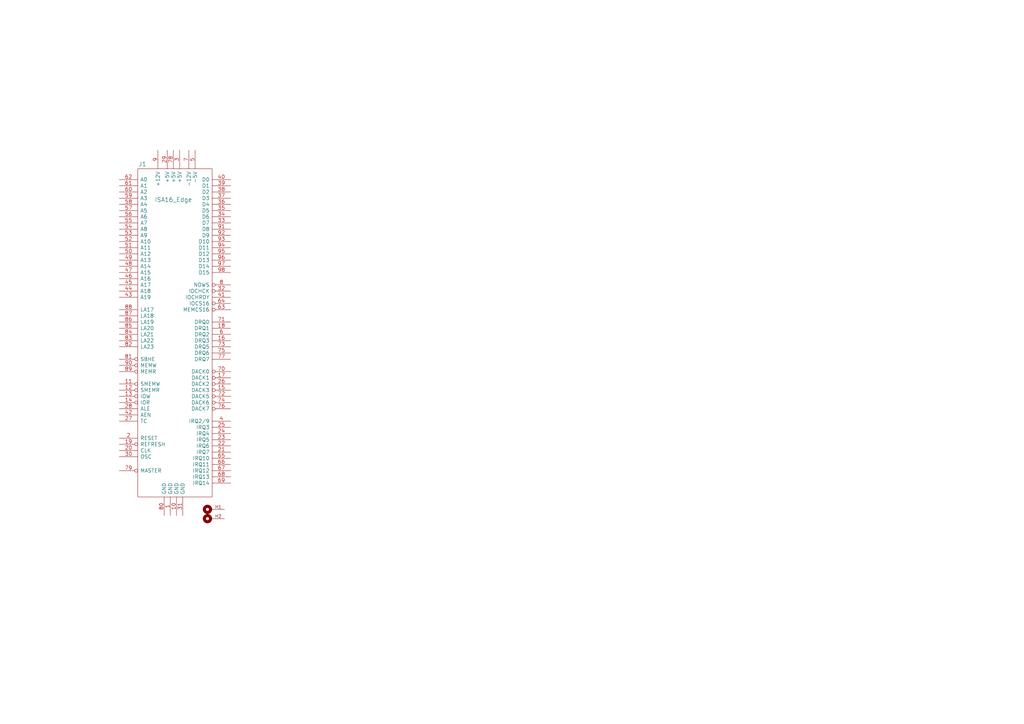
<source format=kicad_sch>
(kicad_sch (version 20230121) (generator eeschema)
  (paper "A3")
  (title_block (title "ISA Template 16bit"))
  (lib_symbols
    (symbol "68k:ISA16_Edge" (pin_names (offset 1.016))
      (property "Reference" "J" (at 0 54.61 0))
      (property "Value" "ISA16_Edge" (at 0 0 90))
      (symbol "ISA16_Edge_0_1"
        (rectangle (start -14.605 64.135) (end 15.875 -70.485))
        (circle (center 13.97 -79.375) (radius 1.27) (stroke (width 1.27)))
        (circle (center 13.97 -75.565) (radius 1.27) (stroke (width 1.27)))
      )
      (symbol "ISA16_Edge_1_1"
        (pin passive line (at -1.27 -78.105 90) (length 7.62) (name "GND") (number "1"))
        (pin passive line (at 1.27 -78.105 90) (length 7.62) (name "GND") (number "10"))
        (pin output inverted (at -22.225 -24.13 0) (length 7.62) (name "SMEMW") (number "11"))
        (pin output inverted (at -22.225 -26.67 0) (length 7.62) (name "SMEMR") (number "12"))
        (pin output inverted (at -22.225 -29.21 0) (length 7.62) (name "IOW") (number "13"))
        (pin output inverted (at -22.225 -31.75 0) (length 7.62) (name "IOR") (number "14"))
        (pin output inverted (at 23.495 -26.67 180) (length 7.62) (name "DACK3") (number "15"))
        (pin open_collector line (at 23.495 -6.35 180) (length 7.62) (name "DRQ3") (number "16"))
        (pin output inverted (at 23.495 -21.59 180) (length 7.62) (name "DACK1") (number "17"))
        (pin open_collector line (at 23.495 -1.27 180) (length 7.62) (name "DRQ1") (number "18"))
        (pin output inverted (at -22.225 -48.895 0) (length 7.62) (name "REFRESH") (number "19"))
        (pin output line (at -22.225 -46.355 0) (length 7.62) (name "RESET") (number "2"))
        (pin output line (at -22.225 -51.435 0) (length 7.62) (name "CLK") (number "20"))
        (pin open_collector line (at 23.495 -52.07 180) (length 7.62) (name "IRQ7") (number "21"))
        (pin open_collector line (at 23.495 -49.53 180) (length 7.62) (name "IRQ6") (number "22"))
        (pin open_collector line (at 23.495 -46.99 180) (length 7.62) (name "IRQ5") (number "23"))
        (pin open_collector line (at 23.495 -44.45 180) (length 7.62) (name "IRQ4") (number "24"))
        (pin open_collector line (at 23.495 -41.91 180) (length 7.62) (name "IRQ3") (number "25"))
        (pin output inverted (at 23.495 -24.13 180) (length 7.62) (name "DACK2") (number "26"))
        (pin output line (at -22.225 -39.37 0) (length 7.62) (name "TC") (number "27"))
        (pin output line (at -22.225 -34.29 0) (length 7.62) (name "ALE") (number "28"))
        (pin passive line (at -2.54 71.755 270) (length 7.62) (name "+5V") (number "29"))
        (pin passive line (at 2.54 71.755 270) (length 7.62) (name "+5V") (number "3"))
        (pin output line (at -22.225 -53.975 0) (length 7.62) (name "OSC") (number "30"))
        (pin passive line (at 3.81 -78.105 90) (length 7.62) (name "GND") (number "31"))
        (pin open_collector inverted (at 23.495 13.97 180) (length 7.62) (name "IOCHCK") (number "32"))
        (pin tri_state line (at 23.495 41.91 180) (length 7.62) (name "D7") (number "33"))
        (pin tri_state line (at 23.495 44.45 180) (length 7.62) (name "D6") (number "34"))
        (pin tri_state line (at 23.495 46.99 180) (length 7.62) (name "D5") (number "35"))
        (pin tri_state line (at 23.495 49.53 180) (length 7.62) (name "D4") (number "36"))
        (pin tri_state line (at 23.495 52.07 180) (length 7.62) (name "D3") (number "37"))
        (pin tri_state line (at 23.495 54.61 180) (length 7.62) (name "D2") (number "38"))
        (pin tri_state line (at 23.495 57.15 180) (length 7.62) (name "D1") (number "39"))
        (pin open_collector line (at 23.495 -39.37 180) (length 7.62) (name "IRQ2/9") (number "4"))
        (pin tri_state line (at 23.495 59.69 180) (length 7.62) (name "D0") (number "40"))
        (pin open_collector line (at 23.495 11.43 180) (length 7.62) (name "IOCHRDY") (number "41"))
        (pin output line (at -22.225 -36.83 0) (length 7.62) (name "AEN") (number "42"))
        (pin output line (at -22.225 11.43 0) (length 7.62) (name "A19") (number "43"))
        (pin output line (at -22.225 13.97 0) (length 7.62) (name "A18") (number "44"))
        (pin output line (at -22.225 16.51 0) (length 7.62) (name "A17") (number "45"))
        (pin output line (at -22.225 19.05 0) (length 7.62) (name "A16") (number "46"))
        (pin output line (at -22.225 21.59 0) (length 7.62) (name "A15") (number "47"))
        (pin output line (at -22.225 24.13 0) (length 7.62) (name "A14") (number "48"))
        (pin output line (at -22.225 26.67 0) (length 7.62) (name "A13") (number "49"))
        (pin passive line (at 8.89 71.755 270) (length 7.62) (name "-5V") (number "5"))
        (pin output line (at -22.225 29.21 0) (length 7.62) (name "A12") (number "50"))
        (pin output line (at -22.225 31.75 0) (length 7.62) (name "A11") (number "51"))
        (pin output line (at -22.225 34.29 0) (length 7.62) (name "A10") (number "52"))
        (pin output line (at -22.225 36.83 0) (length 7.62) (name "A9") (number "53"))
        (pin output line (at -22.225 39.37 0) (length 7.62) (name "A8") (number "54"))
        (pin output line (at -22.225 41.91 0) (length 7.62) (name "A7") (number "55"))
        (pin output line (at -22.225 44.45 0) (length 7.62) (name "A6") (number "56"))
        (pin output line (at -22.225 46.99 0) (length 7.62) (name "A5") (number "57"))
        (pin output line (at -22.225 49.53 0) (length 7.62) (name "A4") (number "58"))
        (pin output line (at -22.225 52.07 0) (length 7.62) (name "A3") (number "59"))
        (pin open_collector line (at 23.495 -3.81 180) (length 7.62) (name "DRQ2") (number "6"))
        (pin output line (at -22.225 54.61 0) (length 7.62) (name "A2") (number "60"))
        (pin output line (at -22.225 57.15 0) (length 7.62) (name "A1") (number "61"))
        (pin output line (at -22.225 59.69 0) (length 7.62) (name "A0") (number "62"))
        (pin input inverted (at 23.495 6.35 180) (length 7.62) (name "MEMCS16") (number "63"))
        (pin input inverted (at 23.495 8.89 180) (length 7.62) (name "IOCS16") (number "64"))
        (pin open_collector line (at 23.495 -54.61 180) (length 7.62) (name "IRQ10") (number "65"))
        (pin open_collector line (at 23.495 -57.15 180) (length 7.62) (name "IRQ11") (number "66"))
        (pin open_collector line (at 23.495 -59.69 180) (length 7.62) (name "IRQ12") (number "67"))
        (pin open_collector line (at 23.495 -62.23 180) (length 7.62) (name "IRQ13") (number "68"))
        (pin open_collector line (at 23.495 -64.77 180) (length 7.62) (name "IRQ14") (number "69"))
        (pin passive line (at 6.35 71.755 270) (length 7.62) (name "-12V") (number "7"))
        (pin output inverted (at 23.495 -19.05 180) (length 7.62) (name "DACK0") (number "70"))
        (pin open_collector line (at 23.495 1.27 180) (length 7.62) (name "DRQ0") (number "71"))
        (pin output inverted (at 23.495 -29.21 180) (length 7.62) (name "DACK5") (number "72"))
        (pin open_collector line (at 23.495 -8.89 180) (length 7.62) (name "DRQ5") (number "73"))
        (pin output inverted (at 23.495 -31.75 180) (length 7.62) (name "DACK6") (number "74"))
        (pin open_collector line (at 23.495 -11.43 180) (length 7.62) (name "DRQ6") (number "75"))
        (pin output inverted (at 23.495 -34.29 180) (length 7.62) (name "DACK7") (number "76"))
        (pin open_collector line (at 23.495 -13.97 180) (length 7.62) (name "DRQ7") (number "77"))
        (pin passive line (at 0 71.755 270) (length 7.62) (name "+5V") (number "78"))
        (pin open_collector inverted (at -22.225 -59.69 0) (length 7.62) (name "MASTER") (number "79"))
        (pin input inverted (at 23.495 16.51 180) (length 7.62) (name "NOWS") (number "8"))
        (pin passive line (at -3.81 -78.105 90) (length 7.62) (name "GND") (number "80"))
        (pin output inverted (at -22.225 -13.97 0) (length 7.62) (name "SBHE") (number "81"))
        (pin output line (at -22.225 -8.89 0) (length 7.62) (name "LA23") (number "82"))
        (pin output line (at -22.225 -6.35 0) (length 7.62) (name "LA22") (number "83"))
        (pin output line (at -22.225 -3.81 0) (length 7.62) (name "LA21") (number "84"))
        (pin output line (at -22.225 -1.27 0) (length 7.62) (name "LA20") (number "85"))
        (pin output line (at -22.225 1.27 0) (length 7.62) (name "LA19") (number "86"))
        (pin output line (at -22.225 3.81 0) (length 7.62) (name "LA18") (number "87"))
        (pin output line (at -22.225 6.35 0) (length 7.62) (name "LA17") (number "88"))
        (pin output inverted (at -22.225 -19.05 0) (length 7.62) (name "MEMR") (number "89"))
        (pin passive line (at -6.35 71.755 270) (length 7.62) (name "+12V") (number "9"))
        (pin output inverted (at -22.225 -16.51 0) (length 7.62) (name "MEMW") (number "90"))
        (pin tri_state line (at 23.495 39.37 180) (length 7.62) (name "D8") (number "91"))
        (pin tri_state line (at 23.495 36.83 180) (length 7.62) (name "D9") (number "92"))
        (pin tri_state line (at 23.495 34.29 180) (length 7.62) (name "D10") (number "93"))
        (pin tri_state line (at 23.495 31.75 180) (length 7.62) (name "D11") (number "94"))
        (pin tri_state line (at 23.495 29.21 180) (length 7.62) (name "D12") (number "95"))
        (pin tri_state line (at 23.495 26.67 180) (length 7.62) (name "D13") (number "96"))
        (pin tri_state line (at 23.495 24.13 180) (length 7.62) (name "D14") (number "97"))
        (pin tri_state line (at 23.495 21.59 180) (length 7.62) (name "D15") (number "98"))
        (pin passive line (at 20.955 -75.565 180) (length 5.08) (name "") (number "H1"))
        (pin passive line (at 20.955 -79.375 180) (length 5.08) (name "") (number "H2"))
      )
    )
  )
  (symbol (lib_id "68k:ISA16_Edge") (at 71.12 133.35 0) (unit 1)
    (property "Reference" "J1" (at 58.42 67.31 0) (effects (font (size 1.778 1.778))))
    (property "Value" "ISA16_Edge" (at 71.12 81.915 0) (effects (font (size 1.778 1.778))))
    (property "Footprint" "68k:ISA16_Edge" (effects hide))
    (property "Datasheet" "https://www.mouser.se/datasheet/2/215/202-743470.pdf" (effects hide))
    (property "Manufacturer_Name" "Keystone" (effects hide))
    (property "Manufacturer_Part_Number" "9202" (effects hide))
  )
)
</source>
